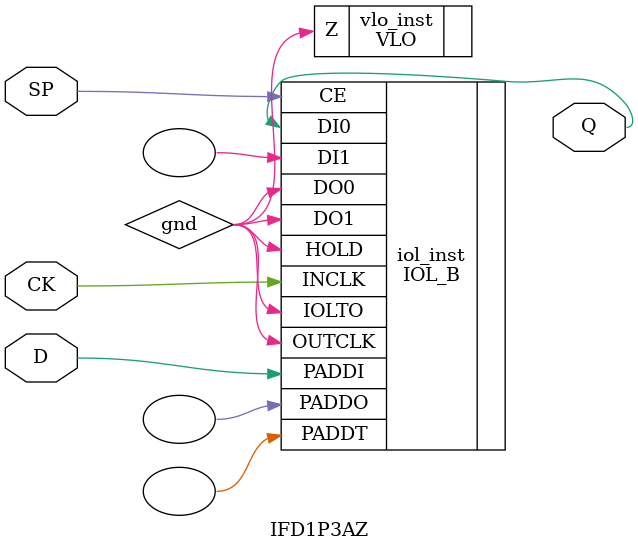
<source format=v>
`timescale 1ns/1ns
module IFD1P3AZ(D, SP, CK, Q); // synthesis syn_black_box
    (* \desc = "data in" *)
    input D;
    (* \desc = "clock enable, active high" *)
    input SP;
    (* \desc = "clock" *)
    input CK;
    (* \desc = "data out" *)
    output Q;

    wire gnd;
    VLO vlo_inst(.Z(gnd));

    IOL_B iol_inst(.PADDI(D),
                   .DO1(gnd),
                   .DO0(gnd),
                   .CE(SP),
                   .IOLTO(gnd),
                   .HOLD(gnd),
                   .INCLK(CK),
                   .OUTCLK(gnd),
                   .PADDO(),
                   .PADDT(),
                   .DI1(),
                   .DI0(Q)
                  );
    defparam iol_inst.LATCHIN = "NONE_REG";
    defparam iol_inst.DDROUT = "NO";
endmodule

</source>
